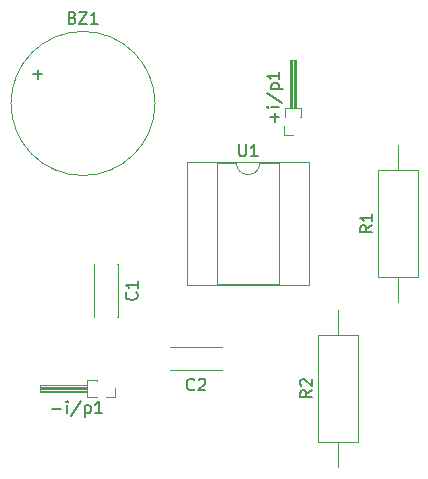
<source format=gbr>
G04 #@! TF.FileFunction,Legend,Top*
%FSLAX46Y46*%
G04 Gerber Fmt 4.6, Leading zero omitted, Abs format (unit mm)*
G04 Created by KiCad (PCBNEW 4.0.7) date 04/04/19 20:33:01*
%MOMM*%
%LPD*%
G01*
G04 APERTURE LIST*
%ADD10C,0.100000*%
%ADD11C,0.120000*%
%ADD12C,0.150000*%
G04 APERTURE END LIST*
D10*
D11*
X153610000Y-73535000D02*
X153610000Y-72735000D01*
X153610000Y-72735000D02*
X155000000Y-72735000D01*
X155000000Y-72735000D02*
X155000000Y-73535000D01*
X155000000Y-73535000D02*
X154924677Y-73535000D01*
X154045000Y-72735000D02*
X154045000Y-68735000D01*
X154045000Y-68735000D02*
X154565000Y-68735000D01*
X154565000Y-68735000D02*
X154565000Y-72735000D01*
X154105000Y-72735000D02*
X154105000Y-68735000D01*
X154225000Y-72735000D02*
X154225000Y-68735000D01*
X154345000Y-72735000D02*
X154345000Y-68735000D01*
X154465000Y-72735000D02*
X154465000Y-68735000D01*
X154305000Y-75055000D02*
X153545000Y-75055000D01*
X153545000Y-75055000D02*
X153545000Y-74295000D01*
X137670000Y-97215000D02*
X136870000Y-97215000D01*
X136870000Y-97215000D02*
X136870000Y-95825000D01*
X136870000Y-95825000D02*
X137670000Y-95825000D01*
X137670000Y-95825000D02*
X137670000Y-95900323D01*
X136870000Y-96780000D02*
X132870000Y-96780000D01*
X132870000Y-96780000D02*
X132870000Y-96260000D01*
X132870000Y-96260000D02*
X136870000Y-96260000D01*
X136870000Y-96720000D02*
X132870000Y-96720000D01*
X136870000Y-96600000D02*
X132870000Y-96600000D01*
X136870000Y-96480000D02*
X132870000Y-96480000D01*
X136870000Y-96360000D02*
X132870000Y-96360000D01*
X139190000Y-96520000D02*
X139190000Y-97280000D01*
X139190000Y-97280000D02*
X138430000Y-97280000D01*
X142615000Y-72390000D02*
G75*
G03X142615000Y-72390000I-6100000J0D01*
G01*
X139440000Y-86015000D02*
X139440000Y-90435000D01*
X137420000Y-86015000D02*
X137420000Y-90435000D01*
X139440000Y-86015000D02*
X139426000Y-86015000D01*
X137434000Y-86015000D02*
X137420000Y-86015000D01*
X139440000Y-90435000D02*
X139426000Y-90435000D01*
X137434000Y-90435000D02*
X137420000Y-90435000D01*
X148300000Y-94990000D02*
X143880000Y-94990000D01*
X148300000Y-92970000D02*
X143880000Y-92970000D01*
X148300000Y-94990000D02*
X148300000Y-94976000D01*
X148300000Y-92984000D02*
X148300000Y-92970000D01*
X143880000Y-94990000D02*
X143880000Y-94976000D01*
X143880000Y-92984000D02*
X143880000Y-92970000D01*
X161535000Y-87110000D02*
X164855000Y-87110000D01*
X164855000Y-87110000D02*
X164855000Y-77990000D01*
X164855000Y-77990000D02*
X161535000Y-77990000D01*
X161535000Y-77990000D02*
X161535000Y-87110000D01*
X163195000Y-89190000D02*
X163195000Y-87110000D01*
X163195000Y-75910000D02*
X163195000Y-77990000D01*
X156455000Y-101080000D02*
X159775000Y-101080000D01*
X159775000Y-101080000D02*
X159775000Y-91960000D01*
X159775000Y-91960000D02*
X156455000Y-91960000D01*
X156455000Y-91960000D02*
X156455000Y-101080000D01*
X158115000Y-103160000D02*
X158115000Y-101080000D01*
X158115000Y-89880000D02*
X158115000Y-91960000D01*
X151495000Y-77410000D02*
G75*
G02X149495000Y-77410000I-1000000J0D01*
G01*
X149495000Y-77410000D02*
X147845000Y-77410000D01*
X147845000Y-77410000D02*
X147845000Y-87690000D01*
X147845000Y-87690000D02*
X153145000Y-87690000D01*
X153145000Y-87690000D02*
X153145000Y-77410000D01*
X153145000Y-77410000D02*
X151495000Y-77410000D01*
X145355000Y-77350000D02*
X145355000Y-87750000D01*
X145355000Y-87750000D02*
X155635000Y-87750000D01*
X155635000Y-87750000D02*
X155635000Y-77350000D01*
X155635000Y-77350000D02*
X145355000Y-77350000D01*
D12*
X152741429Y-73933928D02*
X152741429Y-73172023D01*
X153122381Y-73552975D02*
X152360476Y-73552975D01*
X153122381Y-72695833D02*
X152455714Y-72695833D01*
X152122381Y-72695833D02*
X152170000Y-72743452D01*
X152217619Y-72695833D01*
X152170000Y-72648214D01*
X152122381Y-72695833D01*
X152217619Y-72695833D01*
X152074762Y-71505357D02*
X153360476Y-72362500D01*
X152455714Y-71172024D02*
X153455714Y-71172024D01*
X152503333Y-71172024D02*
X152455714Y-71076786D01*
X152455714Y-70886309D01*
X152503333Y-70791071D01*
X152550952Y-70743452D01*
X152646190Y-70695833D01*
X152931905Y-70695833D01*
X153027143Y-70743452D01*
X153074762Y-70791071D01*
X153122381Y-70886309D01*
X153122381Y-71076786D01*
X153074762Y-71172024D01*
X153122381Y-69743452D02*
X153122381Y-70314881D01*
X153122381Y-70029167D02*
X152122381Y-70029167D01*
X152265238Y-70124405D01*
X152360476Y-70219643D01*
X152408095Y-70314881D01*
X133926072Y-98226429D02*
X134687977Y-98226429D01*
X135164167Y-98607381D02*
X135164167Y-97940714D01*
X135164167Y-97607381D02*
X135116548Y-97655000D01*
X135164167Y-97702619D01*
X135211786Y-97655000D01*
X135164167Y-97607381D01*
X135164167Y-97702619D01*
X136354643Y-97559762D02*
X135497500Y-98845476D01*
X136687976Y-97940714D02*
X136687976Y-98940714D01*
X136687976Y-97988333D02*
X136783214Y-97940714D01*
X136973691Y-97940714D01*
X137068929Y-97988333D01*
X137116548Y-98035952D01*
X137164167Y-98131190D01*
X137164167Y-98416905D01*
X137116548Y-98512143D01*
X137068929Y-98559762D01*
X136973691Y-98607381D01*
X136783214Y-98607381D01*
X136687976Y-98559762D01*
X138116548Y-98607381D02*
X137545119Y-98607381D01*
X137830833Y-98607381D02*
X137830833Y-97607381D01*
X137735595Y-97750238D01*
X137640357Y-97845476D01*
X137545119Y-97893095D01*
X135634048Y-65118571D02*
X135776905Y-65166190D01*
X135824524Y-65213810D01*
X135872143Y-65309048D01*
X135872143Y-65451905D01*
X135824524Y-65547143D01*
X135776905Y-65594762D01*
X135681667Y-65642381D01*
X135300714Y-65642381D01*
X135300714Y-64642381D01*
X135634048Y-64642381D01*
X135729286Y-64690000D01*
X135776905Y-64737619D01*
X135824524Y-64832857D01*
X135824524Y-64928095D01*
X135776905Y-65023333D01*
X135729286Y-65070952D01*
X135634048Y-65118571D01*
X135300714Y-65118571D01*
X136205476Y-64642381D02*
X136872143Y-64642381D01*
X136205476Y-65642381D01*
X136872143Y-65642381D01*
X137776905Y-65642381D02*
X137205476Y-65642381D01*
X137491190Y-65642381D02*
X137491190Y-64642381D01*
X137395952Y-64785238D01*
X137300714Y-64880476D01*
X137205476Y-64928095D01*
X132324048Y-69921429D02*
X133085953Y-69921429D01*
X132705001Y-70302381D02*
X132705001Y-69540476D01*
X141047143Y-88391666D02*
X141094762Y-88439285D01*
X141142381Y-88582142D01*
X141142381Y-88677380D01*
X141094762Y-88820238D01*
X140999524Y-88915476D01*
X140904286Y-88963095D01*
X140713810Y-89010714D01*
X140570952Y-89010714D01*
X140380476Y-88963095D01*
X140285238Y-88915476D01*
X140190000Y-88820238D01*
X140142381Y-88677380D01*
X140142381Y-88582142D01*
X140190000Y-88439285D01*
X140237619Y-88391666D01*
X141142381Y-87439285D02*
X141142381Y-88010714D01*
X141142381Y-87725000D02*
X140142381Y-87725000D01*
X140285238Y-87820238D01*
X140380476Y-87915476D01*
X140428095Y-88010714D01*
X145923334Y-96597143D02*
X145875715Y-96644762D01*
X145732858Y-96692381D01*
X145637620Y-96692381D01*
X145494762Y-96644762D01*
X145399524Y-96549524D01*
X145351905Y-96454286D01*
X145304286Y-96263810D01*
X145304286Y-96120952D01*
X145351905Y-95930476D01*
X145399524Y-95835238D01*
X145494762Y-95740000D01*
X145637620Y-95692381D01*
X145732858Y-95692381D01*
X145875715Y-95740000D01*
X145923334Y-95787619D01*
X146304286Y-95787619D02*
X146351905Y-95740000D01*
X146447143Y-95692381D01*
X146685239Y-95692381D01*
X146780477Y-95740000D01*
X146828096Y-95787619D01*
X146875715Y-95882857D01*
X146875715Y-95978095D01*
X146828096Y-96120952D01*
X146256667Y-96692381D01*
X146875715Y-96692381D01*
X160987381Y-82716666D02*
X160511190Y-83050000D01*
X160987381Y-83288095D02*
X159987381Y-83288095D01*
X159987381Y-82907142D01*
X160035000Y-82811904D01*
X160082619Y-82764285D01*
X160177857Y-82716666D01*
X160320714Y-82716666D01*
X160415952Y-82764285D01*
X160463571Y-82811904D01*
X160511190Y-82907142D01*
X160511190Y-83288095D01*
X160987381Y-81764285D02*
X160987381Y-82335714D01*
X160987381Y-82050000D02*
X159987381Y-82050000D01*
X160130238Y-82145238D01*
X160225476Y-82240476D01*
X160273095Y-82335714D01*
X155907381Y-96686666D02*
X155431190Y-97020000D01*
X155907381Y-97258095D02*
X154907381Y-97258095D01*
X154907381Y-96877142D01*
X154955000Y-96781904D01*
X155002619Y-96734285D01*
X155097857Y-96686666D01*
X155240714Y-96686666D01*
X155335952Y-96734285D01*
X155383571Y-96781904D01*
X155431190Y-96877142D01*
X155431190Y-97258095D01*
X155002619Y-96305714D02*
X154955000Y-96258095D01*
X154907381Y-96162857D01*
X154907381Y-95924761D01*
X154955000Y-95829523D01*
X155002619Y-95781904D01*
X155097857Y-95734285D01*
X155193095Y-95734285D01*
X155335952Y-95781904D01*
X155907381Y-96353333D01*
X155907381Y-95734285D01*
X149733095Y-75862381D02*
X149733095Y-76671905D01*
X149780714Y-76767143D01*
X149828333Y-76814762D01*
X149923571Y-76862381D01*
X150114048Y-76862381D01*
X150209286Y-76814762D01*
X150256905Y-76767143D01*
X150304524Y-76671905D01*
X150304524Y-75862381D01*
X151304524Y-76862381D02*
X150733095Y-76862381D01*
X151018809Y-76862381D02*
X151018809Y-75862381D01*
X150923571Y-76005238D01*
X150828333Y-76100476D01*
X150733095Y-76148095D01*
M02*

</source>
